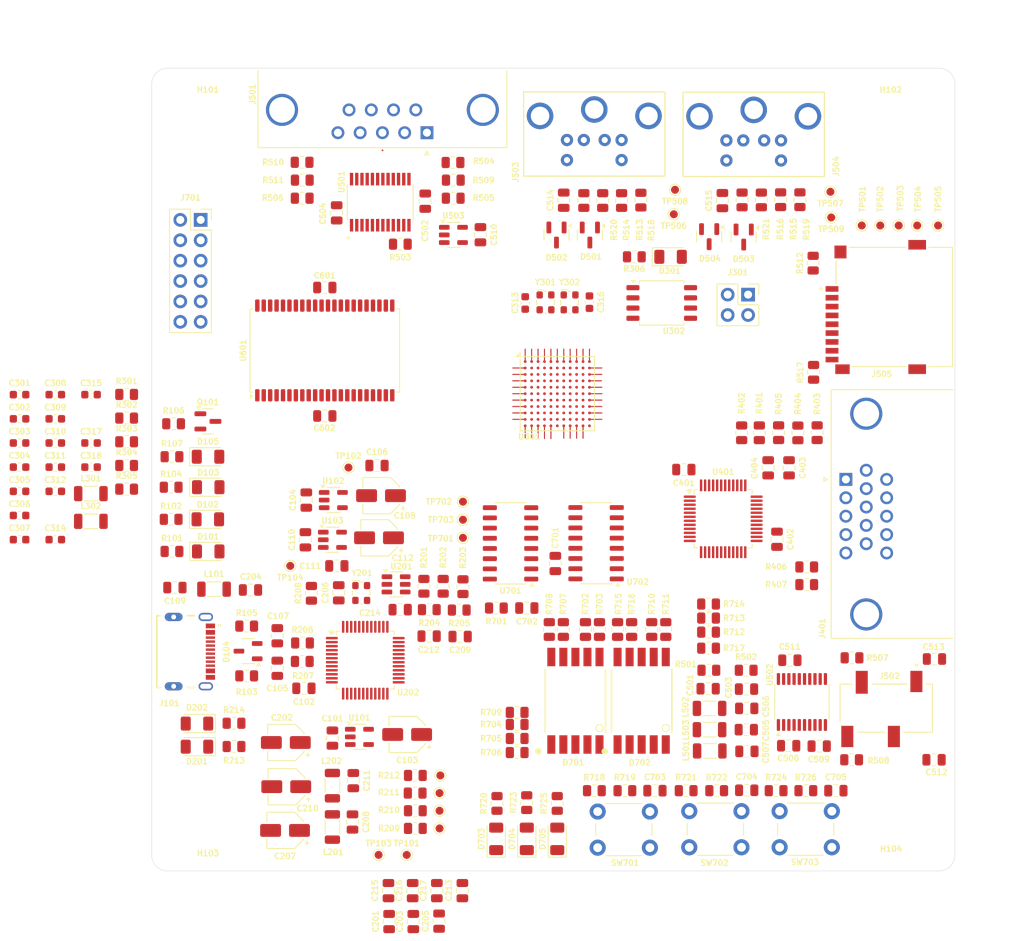
<source format=kicad_pcb>
(kicad_pcb (version 20241229) (generator "pcbnew") (generator_version "9.0")
  (layers (0 "F.Cu" signal) (4 "In1.Cu" signal) (6 "In2.Cu" signal) (2 "B.Cu" signal) (13 "F.Paste" user) (15 "B.Paste" user) (5 "F.SilkS" user "F.Silkscreen") (7 "B.SilkS" user "B.Silkscreen") (1 "F.Mask" user) (3 "B.Mask" user) (25 "Edge.Cuts" user))
  (net 0 "")
  (net 1 "+5V")
  (net 2 "GND")
  (net 3 "+3V3")
  (net 4 "/D+")
  (net 5 "+2V5")
  (net 6 "/D-")
  (net 7 "VBUS")
  (net 8 "+1V2")
  (net 9 "/USB Programming/VPLL")
  (net 10 "Net-(U202-~{RESET})")
  (net 11 "/USB Programming/VPHY")
  (net 12 "Net-(U202-VCCCORE)")
  (net 13 "Net-(U202-VCCA)")
  (net 14 "Net-(U301E-VPP_2V5)")
  (net 15 "Net-(U301E-VCCPLL0)")
  (net 16 "Net-(U401-COMP)")
  (net 17 "Net-(U401-VREF)")
  (net 18 "Net-(U502-CPVDD)")
  (net 19 "Net-(U502-DVDD)")
  (net 20 "Net-(U502-AVDD)")
  (net 21 "Net-(U502-CAPP)")
  (net 22 "Net-(U502-CAPM)")
  (net 23 "Net-(U502-VNEG)")
  (net 24 "Net-(U502-LDOO)")
  (net 25 "Net-(C512-Pad1)")
  (net 26 "Net-(C513-Pad1)")
  (net 27 "/FPGA/BUTTON1")
  (net 28 "/FPGA/BUTTON2")
  (net 29 "/FPGA/BUTTON3")
  (net 30 "Net-(D101-K)")
  (net 31 "Net-(D102-K)")
  (net 32 "Net-(D103-K)")
  (net 33 "Net-(D105-K)")
  (net 34 "Net-(D201-K)")
  (net 35 "Net-(D202-K)")
  (net 36 "/FPGA/CDONE")
  (net 37 "/FPGA/KBD_CLK")
  (net 38 "/FPGA/KBD_DATA")
  (net 39 "/FPGA/MOUSE_CLK")
  (net 40 "/FPGA/MOUSE_DATA")
  (net 41 "Net-(D701-DP)")
  (net 42 "Net-(D701-G)")
  (net 43 "Net-(D701-C)")
  (net 44 "Net-(D701-E)")
  (net 45 "Net-(D701-B)")
  (net 46 "Net-(D701-A)")
  (net 47 "Net-(D701-D)")
  (net 48 "Net-(D701-F)")
  (net 49 "Net-(D702-G)")
  (net 50 "Net-(D702-DP)")
  (net 51 "Net-(D702-F)")
  (net 52 "Net-(D702-C)")
  (net 53 "Net-(D702-D)")
  (net 54 "Net-(D702-A)")
  (net 55 "Net-(D702-B)")
  (net 56 "Net-(D702-E)")
  (net 57 "/FPGA/LED1")
  (net 58 "Net-(D703-A)")
  (net 59 "Net-(D704-A)")
  (net 60 "/FPGA/LED2")
  (net 61 "Net-(D705-A)")
  (net 62 "/FPGA/LED3")
  (net 64 "Net-(J101-CC2)")
  (net 65 "Net-(J101-CC1)")
  (net 67 "/FPGA/FTDI_MOSI")
  (net 68 "/FPGA/FPGA_SO")
  (net 69 "/FPGA/FTDI_MISO")
  (net 70 "/FPGA/FPGA_SI")
  (net 74 "Net-(U401-IOB)")
  (net 75 "Net-(U401-IOG)")
  (net 76 "Net-(J401-Pad14)")
  (net 79 "Net-(J401-Pad13)")
  (net 80 "Net-(U401-IOR)")
  (net 82 "Net-(J503-Pad2)")
  (net 84 "Net-(J503-Pad6)")
  (net 86 "Net-(J504-Pad6)")
  (net 89 "Net-(J504-Pad2)")
  (net 90 "/FPGA/SD_MISO")
  (net 92 "/FPGA/SD_SELECT")
  (net 93 "/FPGA/SD_CLOCK")
  (net 95 "/FPGA/SD_MOSI")
  (net 96 "/FPGA/SD_DETECT")
  (net 97 "/FPGA/PMOD7")
  (net 98 "/FPGA/PMOD1")
  (net 99 "/FPGA/PMOD6")
  (net 100 "/FPGA/PMOD4")
  (net 101 "/FPGA/PMOD0")
  (net 102 "/FPGA/PMOD3")
  (net 103 "/FPGA/PMOD2")
  (net 104 "/FPGA/PMOD5")
  (net 105 "Net-(Q101-C)")
  (net 106 "Net-(Q101-B)")
  (net 107 "Net-(U201-CS)")
  (net 108 "Net-(U201-CLK)")
  (net 109 "Net-(U201-DO)")
  (net 110 "Net-(U201-DI)")
  (net 111 "Net-(U202-DM)")
  (net 112 "Net-(U202-DP)")
  (net 113 "Net-(U202-REF)")
  (net 114 "/FPGA/FTDI_SPICLK")
  (net 115 "Net-(U202-ADBUS0)")
  (net 116 "Net-(U202-ADBUS1)")
  (net 117 "Net-(U202-ADBUS2)")
  (net 118 "Net-(U202-ADBUS4)")
  (net 119 "/FPGA/~{FTDI_SPISS}")
  (net 120 "/USB Programming/~{RX_LED}")
  (net 121 "/USB Programming/~{TX_LED}")
  (net 122 "Net-(U302-~{HOLD}{slash}~{RESET}{slash}IO_{3})")
  (net 123 "Net-(U302-~{WP}{slash}IO_{2})")
  (net 124 "/FPGA/~{CRESET}")
  (net 125 "Net-(U401-RSET)")
  (net 126 "Net-(U401-~{PSAVE})")
  (net 127 "/FPGA/VGA_HSYNC")
  (net 128 "/FPGA/VGA_VSYNC")
  (net 129 "Net-(U502-XSMT)")
  (net 130 "Net-(U501-B7)")
  (net 131 "Net-(U501-B6)")
  (net 132 "Net-(U501-B5)")
  (net 133 "Net-(U501-B4)")
  (net 134 "Net-(U502-OUTL)")
  (net 135 "Net-(U502-OUTR)")
  (net 136 "Net-(U501-B3)")
  (net 137 "Net-(U501-B2)")
  (net 138 "Net-(U501-B1)")
  (net 139 "Net-(U701-~{SRCLR})")
  (net 140 "Net-(U701-QA)")
  (net 141 "Net-(U701-QB)")
  (net 142 "Net-(U701-QC)")
  (net 143 "Net-(U701-QD)")
  (net 144 "Net-(U701-QE)")
  (net 145 "Net-(U701-QF)")
  (net 146 "Net-(U701-QG)")
  (net 147 "Net-(U701-QH)")
  (net 148 "Net-(U702-QA)")
  (net 149 "Net-(U702-QB)")
  (net 150 "Net-(U702-QC)")
  (net 151 "Net-(U702-QD)")
  (net 152 "Net-(U702-QE)")
  (net 153 "Net-(U702-QF)")
  (net 154 "Net-(U702-QG)")
  (net 155 "Net-(U702-QH)")
  (net 156 "Net-(R718-Pad1)")
  (net 157 "Net-(R721-Pad1)")
  (net 158 "Net-(R724-Pad1)")
  (net 159 "/FPGA/SEG_DATA")
  (net 160 "/FPGA/SEG_CLK")
  (net 161 "/FPGA/SEG_LOAD")
  (net 166 "Net-(U202-XCSI)")
  (net 178 "/FPGA/VGA_G1")
  (net 179 "/FPGA/MEM_A5")
  (net 180 "/FPGA/SND_LRCK")
  (net 181 "/FPGA/MEM_A4")
  (net 182 "/FPGA/VGA_B3")
  (net 183 "/FPGA/MEM_A15")
  (net 184 "/FPGA/MEM_D7")
  (net 186 "/FPGA/MEM_A0")
  (net 187 "/FPGA/VGA_R0")
  (net 188 "/FPGA/MEM_A17")
  (net 189 "/FPGA/MEM_A6")
  (net 190 "/FPGA/JOY_D3")
  (net 191 "/FPGA/VGA_R3")
  (net 192 "/FPGA/VGA_B4")
  (net 193 "/FPGA/VGA_G3")
  (net 194 "/FPGA/VGA_G5")
  (net 195 "/FPGA/VGA_G0")
  (net 196 "/FPGA/VGA_R1")
  (net 198 "unconnected-(U301D-IOL_23B-PadK1)")
  (net 199 "/FPGA/VGA_G2")
  (net 200 "/FPGA/JOY_SEL")
  (net 201 "/FPGA/MEM_D5")
  (net 202 "/FPGA/~{SRAM_WE}")
  (net 203 "/FPGA/MEM_D2")
  (net 204 "/FPGA/VGA_CLOCK")
  (net 205 "/FPGA/MEM_A12")
  (net 206 "/FPGA/JOY_D5")
  (net 207 "/FPGA/~{VGA_BLANK}")
  (net 208 "/FPGA/MEM_D4")
  (net 209 "/FPGA/MEM_A7")
  (net 210 "/FPGA/VGA_B2")
  (net 211 "/FPGA/MEM_A14")
  (net 212 "/FPGA/MEM_A3")
  (net 213 "/FPGA/SND_BCK")
  (net 214 "/FPGA/MEM_A2")
  (net 215 "/FPGA/MEM_D0")
  (net 216 "/FPGA/SND_DIN")
  (net 217 "/FPGA/VGA_B1")
  (net 218 "/FPGA/MEM_D6")
  (net 219 "/FPGA/JOY_D4")
  (net 220 "/FPGA/CLOCK_2")
  (net 221 "/FPGA/MEM_A13")
  (net 222 "/FPGA/MEM_A16")
  (net 223 "/FPGA/VGA_B0")
  (net 224 "/FPGA/MEM_A18")
  (net 225 "/FPGA/MEM_A10")
  (net 226 "/FPGA/MEM_A11")
  (net 227 "/FPGA/VGA_G4")
  (net 228 "/FPGA/MEM_A1")
  (net 229 "/FPGA/VGA_R2")
  (net 230 "/FPGA/MEM_D1")
  (net 231 "/FPGA/MEM_A9")
  (net 232 "/FPGA/MEM_D3")
  (net 233 "/FPGA/JOY_D2")
  (net 234 "/FPGA/JOY_D0")
  (net 235 "/FPGA/MEM_A8")
  (net 236 "/FPGA/CLOCK_1")
  (net 237 "/FPGA/~{SRAM_CE}")
  (net 238 "/FPGA/JOY_D1")
  (net 239 "/FPGA/VGA_R4")
  (net 246 "/Peripherals/JOY_SEL5V")
  (net 257 "Net-(U701-QH')")
  (net 259 "unconnected-(U301D-IOL_8A-PadE1)")
  (net 260 "unconnected-(U301A-IOT_178-PadA9)")
  (net 263 "unconnected-(U301C-IOB_71-PadL3)")
  (net 268 "unconnected-(U301A-IOT_168-PadA11)")
  (net 269 "unconnected-(U301D-IOL_2A-PadB1)")
  (net 272 "unconnected-(U301B-IOR_152-PadD11)")
  (net 273 "unconnected-(U301C-IOB_94-PadL7)")
  (net 275 "unconnected-(U301C-IOB_56-PadL1)")
  (net 280 "unconnected-(U301D-IOL_5B-PadC1)")
  (net 283 "unconnected-(U301D-IOL_8B-PadD1)")
  (net 285 "unconnected-(U301B-IOR_119-PadH11)")
  (net 287 "unconnected-(U301C-IOB_81_GBIN5-PadL5)")
  (net 289 "unconnected-(U301C-IOB_61-PadL2)")
  (net 294 "unconnected-(U301B-IOR_160-PadC11)")
  (net 295 "unconnected-(U301D-IOL_14A_GBIN6-PadG1)")
  (net 298 "unconnected-(U301C-IOB_72-PadL4)")
  (net 301 "unconnected-(U301A-IOT_207-PadA5)")
  (net 303 "unconnected-(U301C-IOB_103_CBSEL0-PadL8)")
  (net 304 "unconnected-(U301D-IOL_23A-PadJ1)")
  (net 307 "unconnected-(U301B-IOR_161-PadB11)")
  (net 310 "unconnected-(U301B-IOR_114-PadJ11)")
  (net 311 "unconnected-(U301B-IOR_140_GBIN3-PadF11)")
  (net 312 "unconnected-(U301D-IOL_12A-PadF1)")
  (net 317 "unconnected-(U301A-IOT_222-PadA2)")
  (net 319 "unconnected-(U301A-IOT_206-PadA6)")
  (net 320 "unconnected-(U301A-IOT_211-PadA4)")
  (net 323 "unconnected-(U301A-IOT_192-PadA7)")
  (net 326 "unconnected-(U301A-IOT_170-PadA10)")
  (net 328 "unconnected-(U301A-IOT_223-PadA3)")
  (net 329 "unconnected-(U301B-IOR_115-PadK11)")
  (net 334 "unconnected-(U301B-IOR_148-PadE11)")
  (net 336 "unconnected-(U301D-IOL_18A-PadH1)")
  (net 337 "unconnected-(U301A-IOT_190-PadA8)")
  (net 339 "unconnected-(U301B-IOR_129-PadG11)")
  (net 342 "unconnected-(U301A-IOT_225-PadA1)")
  (footprint "Capacitor_SMD:C_0805_2012Metric" (layer "F.Cu") (at 130.9375 117.45)
    (property "Reference" "C214")
    (property "Value" "100nF")
  )
  (footprint "Resistor_SMD:R_0805_2012Metric" (layer "F.Cu") (at 175.9 66.4125 90)
    (property "Reference" "R516")
    (property "Value" "120R")
  )
  (footprint "Resistor_SMD:R_0805_2012Metric" (layer "F.Cu") (at 102.525 110.2)
    (property "Reference" "R101")
    (property "Value" "680R")
  )
  (footprint "TestPoint:TestPoint_Pad_D1.0mm" (layer "F.Cu") (at 188.4 69.6)
    (property "Reference" "TP501")
    (property "Value" "SDS")
  )
  (footprint "Resistor_SMD:R_0805_2012Metric" (layer "F.Cu") (at 182.4 87.8875 90)
    (property "Reference" "R517")
    (property "Value" "2K2")
  )
  (footprint "Capacitor_SMD:C_0805_2012Metric" (layer "F.Cu") (at 123.03 68.025 -90)
    (property "Reference" "C504")
    (property "Value" "100nF")
  )
  (footprint "Resistor_SMD:R_0805_2012Metric" (layer "F.Cu") (at 169.325 118.5 180)
    (property "Reference" "R713")
    (property "Value" "330R")
  )
  (footprint "Capacitor_SMD:C_0805_2012Metric" (layer "F.Cu") (at 150.25 111.7 90)
    (property "Reference" "C701")
    (property "Value" "100nF")
  )
  (footprint "Resistor_SMD:R_0805_2012Metric" (layer "F.Cu") (at 134.5625 117.45 180)
    (property "Reference" "R204")
    (property "Value" "2K2")
  )
  (footprint "Resistor_SMD:R_0805_2012Metric" (layer "F.Cu") (at 102.425 102.2)
    (property "Reference" "R104")
    (property "Value" "330R")
  )
  (footprint "Capacitor_SMD:C_0805_2012Metric" (layer "F.Cu") (at 132.57 156.3 90)
    (property "Reference" "C203")
    (property "Value" "100nF")
  )
  (footprint "Capacitor_SMD:C_0603_1608Metric" (layer "F.Cu") (at 88 90.67)
    (property "Reference" "C308")
    (property "Value" "100nF")
  )
  (footprint "TestPoint:TestPoint_Pad_D1.0mm" (layer "F.Cu") (at 195.3 69.6 90)
    (property "Reference" "TP504")
    (property "Value" "DSO")
  )
  (footprint "Resistor_SMD:R_0805_2012Metric" (layer "F.Cu") (at 154 119.925 -90)
    (property "Reference" "R702")
    (property "Value" "330R")
  )
  (footprint "TestPoint:TestPoint_Pad_D1.0mm" (layer "F.Cu") (at 184.5 65.4 180)
    (property "Reference" "TP507")
    (property "Value" "MCLK")
  )
  (footprint "Resistor_SMD:R_0805_2012Metric" (layer "F.Cu") (at 146.69 141.4875 90)
    (property "Reference" "R723")
    (property "Value" "330R")
  )
  (footprint "Resistor_SMD:R_0805_2012Metric" (layer "F.Cu") (at 132.825 142.5)
    (property "Reference" "R210")
    (property "Value" "100R")
  )
  (footprint "Resistor_SMD:R_0805_2012Metric" (layer "F.Cu") (at 169.325 116.75 180)
    (property "Reference" "R714")
    (property "Value" "330R")
  )
  (footprint "Capacitor_SMD:C_0603_1608Metric" (layer "F.Cu") (at 83.55 108.73)
    (property "Reference" "C307")
    (property "Value" "100nF")
  )
  (footprint "Capacitor_SMD:C_0805_2012Metric" (layer "F.Cu") (at 166.25 100 180)
    (property "Reference" "C401")
    (property "Value" "100nF")
  )
  (footprint "Capacitor_SMD:C_0805_2012Metric" (layer "F.Cu") (at 197.4 136.15)
    (property "Reference" "C512")
    (property "Value" "2.2nF")
  )
  (footprint "Connector_PinSocket_2.54mm:PinSocket_2x06_P2.54mm_Vertical" (layer "F.Cu") (at 106.1 68.9)
    (property "Reference" "J701")
    (property "Value" "PMOD")
  )
  (footprint "TestPoint:TestPoint_Pad_D1.0mm" (layer "F.Cu") (at 135.8375 140.3 180)
    (property "Reference" "TP203" (hide yes))
    (property "Value" "MISO")
  )
  (footprint "TestPoint:TestPoint_Pad_D1.0mm" (layer "F.Cu") (at 165 68.2 180)
    (property "Reference" "TP506")
    (property "Value" "KCLK")
  )
  (footprint "Resistor_SMD:R_0805_2012Metric" (layer "F.Cu") (at 136.2875 114.5375 -90)
    (property "Reference" "R202")
    (property "Value" "10K")
  )
  (footprint "LED_SMD:LED_1206_3216Metric" (layer "F.Cu") (at 107.0125 98.4)
    (property "Reference" "D105")
    (property "Value" "GREEN")
  )
  (footprint "Capacitor_SMD:C_0805_2012Metric" (layer "F.Cu") (at 134.5375 120.75)
    (property "Reference" "C212")
    (property "Value" "100nF")
  )
  (footprint "Capacitor_SMD:C_0603_1608Metric" (layer "F.Cu") (at 83.55 102.71)
    (property "Reference" "C305")
    (property "Value" "100nF")
  )
  (footprint "MountingHole:MountingHole_4.3mm_M4" (layer "F.Cu") (at 107 58)
    (property "Reference" "H101")
    (property "Value" "MountingHole")
  )
  (footprint "Capacitor_SMD:C_0805_2012Metric" (layer "F.Cu") (at 121.55 93.325)
    (property "Reference" "C602")
    (property "Value" "100nF")
  )
  (footprint "Package_TO_SOT_SMD:SOT-23-5" (layer "F.Cu") (at 122.5 108.75)
    (property "Reference" "U103")
    (property "Value" "AP2127K-1.2")
  )
  (footprint "Capacitor_SMD:C_0805_2012Metric" (layer "F.Cu") (at 122.5 133.45 90)
    (property "Reference" "C101")
    (property "Value" "1uF")
  )
  (footprint "Oscillator:Oscillator_SMD_ECS_2520MV-xxx-xx-4Pin_2.5x2.0mm" (layer "F.Cu") (at 126.0875 115.375)
    (property "Reference" "Y201")
    (property "Value" "12Mhz")
  )
  (footprint "Resistor_SMD:R_0805_2012Metric" (layer "F.Cu") (at 173.5 66.4125 90)
    (property "Reference" "R521")
    (property "Value" "2K2")
  )
  (footprint "Package_TO_SOT_SMD:SOT-23-5" (layer "F.Cu") (at 125.8625 133.3)
    (property "Reference" "U101")
    (property "Value" "AP2127K-3.3")
  )
  (footprint "Resistor_SMD:R_0805_2012Metric" (layer "F.Cu") (at 96.88 90.64)
    (property "Reference" "R301")
    (property "Value" "10K")
  )
  (footprint "Resistor_SMD:R_0805_2012Metric" (layer "F.Cu") (at 169.3625 125)
    (property "Reference" "R501")
    (property "Value" "7K5")
  )
  (footprint "Capacitor_SMD:C_0805_2012Metric" (layer "F.Cu") (at 138.4 120.8 180)
    (property "Reference" "C209")
    (property "Value" "10nF")
  )
  (footprint "Resistor_SMD:R_0805_2012Metric" (layer "F.Cu") (at 119.8875 115.4125 90)
    (property "Reference" "R208")
    (property "Value" "12K")
  )
  (footprint "DevBoard:WL-S7DS_0.3INCH" (layer "F.Cu") (at 161 128.8)
    (property "Reference" "D702")
    (property "Value" "WL-S7DS_CA")
  )
  (footprint "TestPoint:TestPoint_Pad_D1.0mm" (layer "F.Cu") (at 131.75 148)
    (property "Reference" "TP101")
    (property "Value" "3V3")
  )
  (footprint "Package_SO:SOIC-8_5.3x5.3mm_P1.27mm" (layer "F.Cu") (at 163.5 79.25)
    (property "Reference" "U302")
    (property "Value" "W25Q32JVSS")
  )
  (footprint "Capacitor_SMD:C_0805_2012Metric" (layer "F.Cu") (at 146.7 117.25 180)
    (property "Reference" "C702")
    (property "Value" "100nF")
  )
  (footprint "LED_SMD:LED_1206_3216Metric" (layer "F.Cu") (at 150.49 146 90)
    (property "Reference" "D705")
    (property "Value" "RED")
  )
  (footprint "TestPoint:TestPoint_Pad_D1.0mm" (layer "F.Cu") (at 165.15 65.15 180)
    (property "Reference" "TP508")
    (property "Value" "KDAT")
  )
  (footprint "MountingHole:MountingHole_4.3mm_M4" (layer "F.Cu") (at 107 142)
    (property "Reference" "H103")
    (property "Value" "MountingHole")
  )
  (footprint "Inductor_SMD:L_1206_3216Metric" (layer "F.Cu") (at 92.425 106.45)
    (property "Reference" "L302")
    (property "Value" "BLM21PG221SN1D")
  )
  (footprint "LED_SMD:LED_1206_3216Metric" (layer "F.Cu") (at 105.6375 134.52 180)
    (property "Reference" "D201")
    (property "Value" "AMBER")
  )
  (footprint "Resistor_SMD:R_0805_2012Metric" (layer "F.Cu") (at 164 119.925 -90)
    (property "Reference" "R711")
    (property "Value" "330R")
  )
  (footprint "Resistor_SMD:R_0805_2012Metric" (layer "F.Cu") (at 118.75 63.95)
    (property "Reference" "R511")
    (property "Value" "2K2")
  )
  (footprint "Inductor_SMD:L_1206_3216Metric" (layer "F.Cu") (at 169.475 135.05)
    (property "Reference" "L501")
    (property "Value" "BLM21PG221SN1D")
  )
  (footprint "Capacitor_SMD:C_0805_2012Metric" (layer "F.Cu") (at 174.075 139.95)
    (property "Reference" "C704")
    (property "Value" "100nF")
  )
  (footprint "Package_TO_SOT_SMD:SOT-23" (layer "F.Cu") (at 173.7 71.0375 -90)
    (property "Reference" "D503")
    (property "Value" "BAT54S")
  )
  (footprint "Capacitor_SMD:C_0603_1608Metric" (layer "F.Cu") (at 88 96.69)
    (property "Reference" "C310")
    (property "Value" "100nF")
  )
  (footprint "Inductor_SMD:L_1206_3216Metric" (layer "F.Cu") (at 122.5 144.525 90)
    (property "Reference" "L201")
    (property "Value" "BLM21PG221SN1D")
  )
  (footprint "TestPoint:TestPoint_Pad_D1.0mm" (layer "F.Cu") (at 135.8375 142.5 180)
    (property "Reference" "TP202" (hide yes))
    (property "Value" "MOSI")
  )
  (footprint "TestPoint:TestPoint_Pad_D1.0mm" (layer "F.Cu") (at 138.75 104)
    (property "Reference" "TP702")
    (property "Value" "SEGC")
  )
  (footprint "TestPoint:TestPoint_Pad_D1.0mm" (layer "F.Cu") (at 135.9375 138.1 180)
    (property "Reference" "TP204" (hide yes))
    (property "Value" "SS")
  )
  (footprint "Capacitor_SMD:C_0805_2012Metric" (layer "F.Cu") (at 197.45 123.6 180)
    (property "Reference" "C513")
    (property "Value" "2.2nF")
  )
  (footprint "Resistor_SMD:R_0805_2012Metric" (layer "F.Cu") (at 158.5 66.4875 90)
    (property "Reference" "R513")
    (property "Value" "120R")
  )
  (footprint "Capacitor_SMD:C_0805_2012Metric" (layer "F.Cu") (at 115.6375 124.75 -90)
    (property "Reference" "C105")
    (property "Value" "33pF")
  )
  (footprint "Resistor_SMD:R_0805_2012Metric" (layer "F.Cu") (at 177.7375 140)
    (property "Reference" "R724")
    (property "Value" "1K")
  )
  (footprint "Capacitor_SMD:C_0805_2012Metric" (layer "F.Cu") (at 179.45 123.75)
    (property "Reference" "C511")
    (property "Value" "100nF")
  )
  (footprint "Capacitor_SMD:C_0805_2012Metric" (layer "F.Cu") (at 125.1 138.75 -90)
    (property "Reference" "C211")
    (property "Value" "100nF")
  )
  (footprint "Capacitor_SMD:C_0805_2012Metric" (layer "F.Cu") (at 102.8875 114.7 180)
    (property "Reference" "C109")
    (property "Value" "10nF")
  )
  (footprint "TestPoint:TestPoint_Pad_D1.0mm" (layer "F.Cu") (at 117.25 112 180)
    (property "Reference" "TP104")
    (property "Value" "1V2")
  )
  (footprint "Resistor_SMD:R_0805_2012Metric" (layer "F.Cu") (at 166.5375 140)
    (property "Reference" "R721")
    (property "Value" "1K")
  )
  (footprint "Resistor_SMD:R_0805_2012Metric" (layer "F.Cu") (at 132.825 144.7)
    (property "Reference" "R209")
    (property "Value" "100R")
  )
  (footprint "TestPoint:TestPoint_Pad_D1.0mm" (layer "F.Cu") (at 138.75 106.25)
    (property "Reference" "TP703")
    (property "Value" "SEGL")
  )
  (footprint "Resistor_SMD:R_0805_2012Metric" (layer "F.Cu") (at 111.825 119.5)
    (property "Reference" "R105")
    (property "Value" "5K1")
  )
  (footprint "Resistor_SMD:R_0805_2012Metric" (layer "F.Cu") (at 142.99 141.5875 90)
    (property "Reference" "R720")
    (property "Value" "330R")
  )
  (footprint "DevBoard:WL-S7DS_0.3INCH" (layer "F.Cu") (at 152.75 128.8)
    (property "Reference" "D701")
    (property "Value" "WL-S7DS_CA")
  )
  (footprint "Resistor_SMD:R_0805_2012Metric" (layer "F.Cu") (at 178.3 66.3875 90)
    (property "Reference" "R515")
    (property "Value" "120R")
  )
  (footprint "Resistor_SMD:R_0805_2012Metric" (layer "F.Cu") (at 133.8875 114.5375 -90)
    (property "Reference" "R201")
    (property "Value" "10K")
  )
  (footprint "LED_SMD:LED_1206_3216Metric" (layer "F.Cu") (at 107.0375 110.2)
    (property "Reference" "D101")
    (property "Value" "GREEN")
  )
  (footprint "TestPoint:TestPoint_Pad_D1.0mm" (layer "F.Cu") (at 124.5 99.75)
    (property "Reference" "TP102")
    (property "Value" "2V2")
  )
  (footprint "Inductor_SMD:L_1206_3216Metric" (layer "F.Cu") (at 107.7625 114.9)
    (property "Reference" "L101")
    (property "Value" "BLM21PG221SN1D")
  )
  (footprint "Resistor_SMD:R_0805_2012Metric" (layer "F.Cu") (at 145.5 133.5)
    (property "Reference" "R705")
    (property "Value" "330R")
  )
  (footprint "Resistor_SMD:R_0805_2012Metric" (layer "F.Cu") (at 181.4375 140)
    (property "Reference" "R726")
    (property "Value" "10K")
  )
  (footprint "Resistor_SMD:R_0805_2012Metric" (layer "F.Cu") (at 170.3375 140)
    (property "Reference" "R722")
    (property "Value" "10K")
  )
  (footprint "Resistor_SMD:R_0805_2012Metric" (layer "F.Cu") (at 158 119.925 -90)
    (property "Reference" "R716")
    (property "Value" "330R")
  )
  (footprint "Resistor_SMD:R_0805_2012Metric" (layer "F.Cu") (at 180.4475 95.4325 90)
    (property "Reference" "R404")
    (property "Value" "75R")
  )
  (footprint "Resistor_SMD:R_0805_2012Metric" (layer "F.Cu") (at 118.7375 66.2)
    (property "Reference" "R506")
    (property "Value" "2K2")
  )
  (footprint "Capacitor_SMD:CP_Elec_4x5.3" (layer "F.Cu") (at 116.7 134 180)
    (property "Reference" "C202")
    (property "Value" "4.7uF")
  )
  (footprint "Resistor_SMD:R_0805_2012Metric" (layer "F.Cu") (at 110.25 134.5)
    (property "Reference" "R213")
    (property "Value" "330R")
  )
  (footprint "MountingHole:MountingHole_4.3mm_M4" (layer "F.Cu") (at 192 142)
    (property "Reference" "H104")
    (property "Value" "MountingHole")
  )
  (footprint "Resistor_SMD:R_0805_2012Metric" (layer "F.Cu") (at 96.88 102.44)
    (property "Reference" "R305")
    (property "Value" "10K")
  )
  (footprint "DevBoard:MINI-DIN-6-FULL-SHIELD" (layer "F.Cu") (at 155.1 50.45)
    (property "Reference" "J503")
    (property "Value" "Keyboard" (hide yes))
  )
  (footprint "Capacitor_SMD:C_0603_1608Metric" (layer "F.Cu") (at 83.55 96.69)
    (property "Reference" "C303")
    (property "Value" "100nF")
  )
  (footprint "Capacitor_SMD:C_0805_2012Metric" (layer "F.Cu") (at 140.925 70.75 -90)
    (property "Reference" "C510")
    (property "Value" "100nF")
  )
  (footprint "Package_SO:TSSOP-20_4.4x6.5mm_P0.65mm" (layer "F.Cu") (at 180.95 128.95 90)
    (property "Reference" "U502")
    (property "Value" "PCM5102A")
  )
  (footprint "Capacitor_SMD:C_0805_2012Metric" (layer "F.Cu") (at 174.075 129.75)
    (property "Reference" "C506")
    (property "Value" "100nF")
  )
  (footprint "Package_SO:SO-16_3.9x9.9mm_P1.27mm" (layer "F.Cu") (at 144.675 109.195 180)
    (property "Reference" "U701")
    (property "Value" "74AHC595")
  )
  (footprint "Resistor_SMD:R_0805_2012Metric" (layer "F.Cu") (at 118.75 123.9)
    (property "Reference" "R207")
    (property "Value" "22R")
  )
  (footprint "Capacitor_SMD:C_0805_2012Metric" (layer "F.Cu") (at 123.2875 115.35 -90)
    (property "Reference" "C206")
    (property "Value" "100nF")
  )
  (footprint "LED_SMD:LED_1206_3216Metric" (layer "F.Cu") (at 106.9875 106.2)
    (property "Reference" "D102")
    (property "Value" "GREEN")
  )
  (footprint "Capacitor_SMD:C_0805_2012Metric" (layer "F.Cu") (at 179.3475 99.7825 -90)
    (property "Reference" "C403")
    (property "Value" "100nF")
  )
  (footprint "Resistor_SMD:R_0805_2012Metric" (layer "F.Cu") (at 138.75 114.5875 -90)
    (property "Reference" "R203")
    (property "Value" "10K")
  )
  (footprint "Resistor_SMD:R_0805_2012Metric" (layer "F.Cu") (at 173.4475 95.42 90)
    (property "Reference" "R402")
    (property "Value" "10K")
  )
  (footprint "MountingHole:MountingHole_4.3mm_M4" (layer "F.Cu") (at 192 58)
    (property "Reference" "H102")
    (property "Value" "MountingHole")
  )
  (footprint "Capacitor_SMD:C_0603_1608Metric" (layer "F.Cu") (at 92.45 99.7)
    (property "Reference" "C318")
    (property "Value" "100nF")
  )
  (footprint "Resistor_SMD:R_0805_2012Metric" (layer "F.Cu") (at 169.325 120.25 180)
    (property "Reference" "R712")
    (property "Value" "330R")
  )
  (footprint "LED_SMD:LED_1206_3216Metric" (layer "F.Cu") (at 146.7 146 90)
    (property "Reference" "D704")
    (property "Value" "BLUE")
  )
  (footprint "Capacitor_SMD:C_0805_2012Metric" (layer "F.Cu") (at 135.5 152.45 90)
    (property "Reference" "C217")
    (property "Value" "100nF")
  )
  (footprint "Capacitor_SMD:C_0805_2012Metric" (layer "F.Cu") (at 134.055 66.57 90)
    (property "Reference" "C502")
    (property "Value" "100nF")
  )
  (footprint "Oscillator:Oscillator_SMD_ECS_2520MV-xxx-xx-4Pin_2.5x2.0mm" (layer "F.Cu") (at 149.025 79.175)
    (property "Reference" "Y301")
    (property "Value" "50Mhz")
  )
  (footprint "Resistor_SMD:R_0805_2012Metric" (layer "F.Cu") (at 182.35 74.2875 90)
    (property "Reference" "R512")
    (property "Value" "2K2")
  )
  (footprint "Capacitor_SMD:C_0603_1608Metric" (layer "F.Cu") (at 83.55 105.72)
    (property "Reference" "C306")
    (property "Value" "100nF")
  )
  (footprint "Resistor_SMD:R_0805_2012Metric" (layer "F.Cu") (at 132.8 140.3)
    (property "Reference" "R211")
    (property "Value" "100R")
  )
  (footprint "Capacitor_SMD:C_0603_1608Metric" (layer "F.Cu") (at 88 102.71)
    (property "Reference" "C312")
    (property "Value" "100nF")
  )
  (footprint "Package_TO_SOT_SMD:SOT-23" (layer "F.Cu") (at 169.4 70.9875 -90)
    (property "Reference" "D504")
    (property "Value" "BAT54S")
  )
  (footprint "Package_BGA:BGA-121_9.0x9.0mm_Layout11x11_P0.8mm_Ball0.4mm_Pad0.35mm_NSMD" (layer "F.Cu") (at 150.5 90.55)
    (property "Reference" "U301")
    (property "Value" "ICE40HX8K-BG121")
  )
  (footprint "TestPoint:TestPoint_Pad_D1.0mm" (layer "F.Cu") (at 193 69.6 90)
    (property "Reference" "TP503")
    (property "Value" "SDCLK")
  )
  (footprint "Capacitor_SMD:C_0805_2012Metric" (layer "F.Cu") (at 129.56 156.3 90)
    (property "Reference" "C201")
    (property "Value" "100nF")
  )
  (footprint "Resistor_SMD:R_0805_2012Metric" (layer "F.Cu") (at 145.5 131.75)
    (property "Reference" "R704")
    (property "Value" "330R")
  )
  (footprint "Resistor_SMD:R_0805_2012Metric" (layer "F.Cu") (at 181.5475 114.3325)
    (property "Reference" "R407")
    (property "Value" "82R5")
  )
  (footprint "Capacitor_SMD:C_0805_2012Metric" (layer "F.Cu") (at 125 143.9 -90)
    (property "Reference" "C208")
    (property "Value" "100nF")
  )
  (footprint "Resistor_SMD:R_0805_2012Metric" (layer "F.Cu") (at 96.88 93.59)
    (property "Reference" "R302")
    (property "Value" "10K")
  )
  (footprint "Resistor_SMD:R_0805_2012Metric" (layer "F.Cu") (at 102.425 106.2)
    (property "Reference" "R102")
    (property "Value" "470R")
  )
  (footprint "DevBoard:CUI_MSD-1-A" (layer "F.Cu") (at 192.45 79.75 90)
    (property "Reference" "J505")
    (property "Value" "MSD-1-A")
  )
  (footprint "TestPoint:TestPoint_Pad_D1.0mm" (layer "F.Cu") (at 135.8375 144.7 180)
    (property "Reference" "TP201" (hide yes))
    (property "Value" "CLK")
  )
  (footprint "Capacitor_SMD:C_0805_2012Metric" (layer "F.Cu") (at 174.1 135.1)
    (property "Reference" "C507")
    (property "Value" "100nF")
  )
  (footprint "Resistor_SMD:R_0805_2012Metric" (layer "F.Cu") (at 187.1875 123.45)
    (property "Reference" "R507")
    (property "Value" "470R")
  )
  (footprint "Resistor_SMD:R_0805_2012Metric" (layer "F.Cu") (at 153.8 66.4875 90)
    (property "Reference" "R520")
    (property "Value" "2K2")
  )
  (footprint "Resistor_SMD:R_0805_2012Metric" (layer "F.Cu") (at 145.5 135.25)
    (property "Reference" "R706")
    (property "Value" "330R")
  )
  (footprint "Resistor_SMD:R_0805_2012Metric" (layer "F.Cu") (at 160.0875 73.5)
    (property "Reference" "R306")
    (property "Value" "10K")
  )
  (footprint "DevBoard:MINI-DIN-6-FULL-SHIELD" (layer "F.Cu") (at 174.95 50.5)
    (property "Reference" "J504")
    (property "Value" "Mouse" (hide yes))
  )
  (footprint "Resistor_SMD:R_0805_2012Metric" (layer "F.Cu") (at 162.25 119.925 -90)
    (property "Reference" "R710")
    (property "Value" "330R")
  )
  (footprint "Button_Switch_THT:SW_PUSH_6mm_H4.3mm" (layer "F.Cu") (at 155.525 142.6)
    (property "Reference" "SW701")
    (property "Value" "SW_Push")
  )
  (footprint "Package_QFP:LQFP-48_7x7mm_P0.5mm" (layer "F.Cu") (at 126.5875 123.75)
    (property "Reference" "U202")
    (property "Value" "FT232H")
  )
  (footprint "Resistor_SMD:R_0805_2012Metric" (layer "F.Cu") (at 149.5 119.925 -90)
    (property "Reference" "R708")
    (property "Value" "330R")
  )
  (footprint "Resistor_SMD:R_0805_2012Metric" (layer "F.Cu") (at 182.8475 95.4075 90)
    (property "Reference" "R403")
    (property "Value" "75R")
  )
  (footprint "Capacitor_SMD:C_0805_2012Metric" (layer "F.Cu") (at 132.49 152.45 90)
    (property "Reference" "C216")
    (property "Value" "100nF")
  )
  (footprint "Capacitor_SMD:C_0805_2012Metric" (layer "F.Cu") (at 128.05 99.5)
    (property "Reference" "C106")
    (property "Value" "1uF")
  )
  (footprint "LED_SMD:LED_1206_3216Metric" (layer "F.Cu") (at 142.89 146 90)
    (property "Reference" "D703")
    (property "Value" "GREEN")
  )
  (footprint "Resistor_SMD:R_0805_2012Metric" (layer "F.Cu") (at 180.7 66.3875 90)
    (property "Reference" "R519")
    (property "Value" "2K2")
  )
  (footprint "TestPoint:TestPoint_Pad_D1.0mm" (layer "F.Cu") (at 184.6 68.6 180)
    (property "Reference" "TP509")
    (property "Value" "MDAT")
  )
  (footprint "Resistor_SMD:R_0805_2012Metric" (layer "F.Cu") (at 155.1125 140)
    (property "Reference" "R718")
    (property "Value" "1K")
  )
  (footprint "Resistor_SMD:R_0805_2012Metric" (layer "F.Cu") (at 137.5125 61.75 180)
    (property "Reference" "R504")
    (property "Value" "2K2")
  )
  (footprint "Resistor_SMD:R_0805_2012Metric" (layer "F.Cu") (at 138.2875 117.5 180)
    (property "Reference" "R205")
    (property "Value" "10K")
  )
  (footprint "Capacitor_SMD:C_0603_1608Metric" (layer "F.Cu") (at 154.5 79.15 -90)
    (property "Reference" "C316")
    (property "Value" "100nF")
  )
  (footprint "Capacitor_SMD:C_0603_1608Metric" (layer "F.Cu") (at 83.55 90.67)
    (property "Reference" "C301")
    (property "Value" "100nF")
  )
  (footprint "Resistor_SMD:R_0805_2012Metric" (layer "F.Cu") (at 142.9125 117.25 180)
    (property "Reference" "R701")
    (property "Value" "10K")
  )
  (footprint "Button_Switch_THT:SW_PUSH_6mm_H4.3mm" (layer "F.Cu") (at 178.175 142.55)
    (property "Reference" "SW703")
    (property "Value" "SW_Push")
  )
  (footprint "Capacitor_SMD:CP_Elec_4x5.3" (layer "F.Cu") (at 128.3 108.5 180)
    (property "Reference" "C112")
    (property "Value" "10uF")
  )
  (footprint "Package_TO_SOT_SMD:SOT-23" (layer "F.Cu") (at 154.55 70.7875 -90)
    (property "Reference" "D501")
    (property "Value" "BAT54S")
  )
  (footprint "Resistor_SMD:R_0805_2012Metric" (layer "F.Cu") (at 137.5375 66.2)
    (property "Reference" "R505")
    (property "Value" "2K2")
  )
  (footprint "Capacitor_SMD:C_0805_2012Metric" (layer "F.Cu") (at 185.175 140)
    (property "Reference" "C705")
    (property "Value" "100nF")
  )
  (footprint "Inductor_SMD:L_1206_3216Metric" (layer "F.Cu") (at 169.45 132.4)
    (property "Reference" "L503")
    (property "Value" "BLM21PG221SN1D")
  )
  (footprint "Capacitor_SMD:CP_Elec_4x5.3" (layer "F.Cu") (at 116.6 144.95 180)
    (property "Reference" "C207")
    (property "Value" "4.7uF")
  )
  (footprint "Capacitor_SMD:C_0805_2012Metric" (layer "F.Cu") (at 129.48 152.45 90)
    (property "Reference" "C215")
    (property "Value" "100nF")
  )
  (footprint "Capacitor_SMD:C_0603_1608Metric" (layer "F.Cu") (at 92.45 90.67)
    (property "Reference" "C315")
    (property "Value" "100nF")
  )
  (footprint "Resistor_SMD:R_0805_2012Metric" (layer "F.Cu") (at 132.825 138.1)
    (property "Reference" "R212")
    (property "Value" "100R")
  )
  (footprint "Capacitor_SMD:CP_Elec_4x5.3" (layer "F.Cu") (at 128.55 103.25 180)
    (property "Reference" "C108")
    (property "Value" "10uF")
  )
  (footprint "Capacitor_SMD:C_0603_1608Metric" (layer "F.Cu") (at 88 108.73)
    (property "Reference" "C314")
    (property "Value" "100nF")
  )
  (footprint "TestPoint:TestPoint_Pad_D1.0mm" (layer "F.Cu") (at 197.9 69.6 90)
    (property "Reference" "TP505")
    (property "Value" "SDDET")
  )
  (footprint "Resistor_SMD:R_0805_2012Metric" (layer "F.Cu") (at 137.55 63.95)
    (property "Reference" "R509")
    (property "Value" "2K2")
  )
  (footprint "Resistor_SMD:R_0805_2012Metric" (layer "F.Cu") (at 102.525 98.4)
    (property "Reference" "R107")
    (property "Value" "470R")
  )
  (footprint "Resistor_SMD:R_0805_2012Metric" (layer "F.Cu") (at 160.9 66.4375 90)
    (property "Reference" "R518")
    (property "Value" "2K2")
  )
  (footprint "Resistor_SMD:R_0805_2012Metric" (layer "F.Cu") (at 175.6475 95.42 -90)
    (property "Reference" "R401")
    (property "Value" "530R")
  )
  (footprint "Resistor_SMD:R_0805_2012Metric" (layer "F.Cu") (at 150.49 141.5875 90)
    (property "Reference" "R725")
    (property "Value" "330R")
  )
  (footprint "Inductor_SMD:L_1206_3216Metric" (layer "F.Cu") (at 92.425 103)
    (property "Reference" "L301")
    (property "Value" "BLM21PG221SN1D")
  )
  (footprint "Inductor_SMD:L_1206_3216Metric" (layer "F.Cu") (at 169.45 129.75)
    (property "Reference" "L502")
    (property "Value" "BLM21PG221SN1D")
  )
  (footprint "Capacitor_SMD:C_0805_2012Metric" (layer "F.Cu") (at 115.6375 120.7 90)
    (property "Reference" "C107")
    (property "Value" "33pF")
  )
  (footprint "Connector_PinSocket_2.54mm:PinSocket_2x02_P2.54mm_Vertical" (layer "F.Cu") (at 174.25 78.21)
    (property "Reference" "J301")
    (property "Value" "program")
  )
  (footprint "Oscillator:Oscillator_SMD_ECS_2520MV-xxx-xx-4Pin_2.5x2.0mm" (layer "F.Cu") (at 152.025 79.175)
    (property "Reference" "Y302")
    (property "Value" "12Mhz")
  )
  (footprint "Capacitor_SMD:C_0805_2012Metric" (layer "F.Cu") (at 183.1 134.45)
    (property "Reference" "C509")
    (property "Value" "2.2nF")
  )
  (footprint "Package_TO_SOT_SMD:SOT-23-3" (layer "F.Cu") (at 112 122.62 180)
    (property "Reference" "D104")
    (property "Value" "ESDA25W")
  )
  (footprint "Package_SO:SO-16_3.9x9.9mm_P1.27mm" (layer "F.Cu") (at 155.325 109.175 180)
    (property "Reference" "U702")
    (property "Value" "74AHC595")
  )
  (footprint "Resistor_SMD:R_0805_2012Metric" (layer "F.Cu") (at 118.725 61.725)
    (property "Reference" "R510")
    (property "Value" "2K2")
  )
  (footprint "Resistor_SMD:R_0805_2012Metric" (layer "F.Cu") (at 181.5475 112.1325)
    (property "Reference" "R406")
    (property "Value" "82R5")
  )
  (footprint "Capacitor_SMD:CP_Elec_4x5.3" (layer "F.Cu") (at 131.8 133 180)
    (property "Reference" "C103")
    (property "Value" "10uF")
  )
  (footprint "Connector_Dsub:DSUB-9_Pins_Horizontal_P2.77x2.84mm_EdgePinOffset4.94mm_Housed_MountingHolesOffset4.94mm" (layer "F.Cu") (at 134.265 58.04 180)
    (property "Reference" "J501")
    (property "Value" "Joystick")
  )
  (footprint "Capacitor_SMD:C_0603_1608Metric" (layer "F.Cu") (at 92.45 96.69)
    (property "Reference" "C317")
    (property "Value" "100nF")
  )
  (footprint "DevBoard:SOP65P640X120-24N" (layer "F.Cu") (at 128.455 66.695 90)
    (property "Reference" "U501")
    (property "Value" "SN74LVC8T245PWR")
  )
  (footprint "Package_QFP:LQFP-48_7x7mm_P0.5mm" (layer "F.Cu") (at 171.1475 106.1325)
    (property "Reference" "U401")
    (property "Value" "ADV7123")
  )
  (footprint "Resistor_SMD:R_0805_2012Metric" (layer "F.Cu") (at 187.1375 136.15)
    (property "Reference" "R508")
    (property "Value" "470R")
  )
  (footprint "Capacitor_SMD:C_0603_1608Metric" (layer "F.Cu") (at 88 99.7)
    (property "Reference" "C311")
    (property "Value" "100nF")
  )
  (footprint "Capacitor_SMD:C_0805_2012Metric" (layer "F.Cu") (at 162.65 140)
    (property "Reference" "C703")
    (property "Value" "100nF")
  )
  (footprint "LED_SMD:LED_1206_3216Metric" (layer "F.Cu") (at 164.6 73.5)
    (property "Reference" "D301")
    (property "Value" "GREEN")
  )
  (footprint "Package_TO_SOT_SMD:SOT-23-6" (layer "F.Cu") (at 130.425 114.3)
    (property "Reference" "U201")
    (property "Value" "93LC56BT-I/OT")
  )
  (footprint "Package_SO:TSOP-II-44_10.16x18.41mm_P0.8mm" (layer "F.Cu") (at 121.55 85.1625 90)
    (property "Reference" "U601")
    (property "Value" "IS61WV5128EDBLL-10TLI")
  )
  (footprint "Resistor_SMD:R_0805_2012Metric" (layer "F.Cu") (at 159.75 119.925 90)
    (property "Reference" "R715")
    (property "Value" "330R")
  )
  (footprint "Capacitor_SMD:C_0603_1608Metric" (layer "F.Cu") (at 88 93.68)
    (property "Reference" "C309")
    (property "Value" "100nF")
  )
  (footprint "Capacitor_SMD:C_0805_2012Metric" (layer "F.Cu") (at 176.7475 99.7825 -90)
    (property "Reference" "C404")
    (property "Value" "100nF")
  )
  (footprint "Resistor_SMD:R_0805_2012Metric" (layer "F.Cu") (at 178.0475 95.4075 90)
    (property "Reference" "R405")
    (property "Value" "75R")
  )
  (footprint "Resistor_SMD:R_0805_2012Metric" (layer "F.Cu") (at 174.0125 125)
    (property "Reference" "R502")
    (property "Value" "2K7")
  )
  (footprint "Capacitor_SMD:C_0805_2012Metric" (layer "F.Cu") (at 174.05 127.35)
    (property "Reference" "C503")
    (property "Value" "100nF")
  )
  (footprint "Resistor_SMD:R_0805_2012Metric" (layer "F.Cu") (at 145.5 130.25)
    (property "Reference" "R709")
    (property "Value" "330R")
  )
  (footprint "TestPoint:TestPoint_Pad_D1.0mm" (layer "F.Cu") (at 128.25 148)
    (property "Reference" "TP103")
    (property "Value" "5V")
  )
  (footprint "Capacitor_SMD:C_0603_1608Metric" (layer "F.Cu") (at 83.55 93.68)
    (property "Reference" "C302")
    (property "Value" "100nF")
  )
  (footprint "Capacitor_SMD:C_0603_1608Metric" (layer "F.Cu") (at 83.55 99.7)
    (property "Reference" "C304")
    (property "Value" "100nF")
  )
  (footprint "TestPoint:TestPoint_Pad_D1.0mm" (layer "F.Cu") (at 190.7 69.6)
    (property "Reference" "TP502")
    (property "Value" "SDI")
  )
  (footprint "Capacitor_SMD:C_0805_2012Metric" (layer "F.Cu") (at 171.05 66.5 90)
    (property "Reference" "C515")
    (property "Value" "100nF")
  )
  (footprint "Resistor_SMD:R_0805_2012Metric" (layer "F.Cu") (at 96.88 99.49)
    (property "Reference" "R304")
    (property "Value" "10K")
  )
  (footprint "Capacitor_SMD:C_0805_2012Metric" (layer "F.Cu") (at 119.25 103.8 90)
    (property "Reference" "C104")
    (property "Value" "1uF")
  )
  (footprint "Capacitor_SMD:C_0805_2012Metric" (layer "F.Cu") (at 118.95 127.25 180)
    (property "Reference" "C102")
    (property "Value" "1uF")
  )
  (footprint "Package_TO_SOT_SMD:SOT-23-5" (layer "F.Cu") (at 122.6125 103.8)
    (property "Reference" "U102")
    (property "Value" "AP2127K-2.5")
  )
  (footprint "Capacitor_SMD:C_0805_2012Metric" (layer "F.Cu") (at 112.3 115)
    (property "Reference" "C204")
    (property "Value" "100nF")
  )
  (footprint "Capacitor_SMD:C_0805_2012Metric" (layer "F.Cu") (at 135.78 156.25 90)
    (property "Reference" "C205")
    (property "Value" "100nF")
  )
  (footprint "Resistor_SMD:R_0805_2012Metric" (layer "F.Cu") (at 130.955 71.925 180)
    (property "Reference" "R503")
    (property "Value" "2K2")
  )
  (footprint "Package_TO_SOT_SMD:SOT-23" (layer "F.Cu") (at 150.395 70.7875 -90)
    (property "Reference" "D502")
    (property "Value" "BAT54S")
  )
  (footprint "Capacitor_SMD:C_0805_2012Metric" (layer "F.Cu") (at 179.3 134.4)
    (property "Reference" "C508")
    (property "Value" "2.2nF")
  )
  (footprint "Resistor_SMD:R_0805_2012Metric" (layer "F.Cu") (at 156.15 66.4875 90)
    (property "Reference" "R514")
    (property "Value" "120R")
  )
  (footprint "Capacitor_SMD:C_0805_2012Metric" (layer "F.Cu") (at 169.275 127.3)
    (property "Reference" "C501")
    (property "Value" "100nF")
  )
  (footprint "Resistor_SMD:R_0805_2012Metric" (layer "F.Cu") (at 158.9125 140)
    (property "Reference" "R719")
    (property "Value" "10K")
  )
  (footprint "LED_SMD:LED_1206_3216Metric" (layer "F.Cu") (at 107.0375 102.2)
    (property "Reference" "D103")
    (property "Value" "GREEN")
  )
  (footprint "Capacitor_SMD:C_0805_2012Metric" (layer "F.Cu") (at 138.68 152.45 90)
    (property "Reference" "C213")
    (property "Value" "100nF")
  )
  (footprint "Capacitor_SMD:CP_Elec_4x5.3" (layer "F.Cu") (at 116.75 139.5 180)
    (property "Reference" "C210")
    (property "Value" "4.7uF")
  )
  (footprint "Resistor_SMD:R_0805_2012Metric" (layer "F.Cu") (at 102.725 94.3)
    (property "Reference" "R106")
    (property "Value" "390R")
  )
  (footprint "Resistor_SMD:R_0805_2012Metric" (layer "F.Cu") (at 118.775 121.6)
    (property "Reference" "R206")
    (property "Value" "22R")
  )
  (footprint "Package_TO_SOT_SMD:SOT-23-5" (layer "F.Cu") (at 137.5625 70.775)
    (property "Reference" "U503")
    (property "Value" "SN74LV1T34DBV")
  )
  (footprint "Resistor_SMD:R_0805_2012Metric" (layer "F.Cu") (at 155.75 119.925 -90)
    (property "Reference" "R703")
    (property "Value" "330R")
  )
  (footprint "Resistor_SMD:R_0805_2012Metric" (layer "F.Cu") (at 151.25 119.925 -90)
    (property "Reference" "R707")
    (property "Value" "330R")
  )
  (footprint "Capacitor_SMD:C_0603_1608Metric" (layer "F.Cu") (at 146.5 79.25 -90)
    (property "Reference" "C313")
    (property "Value" "100nF")
  )
  (footprint "DevBoard:GCT_USB4215-03-A_REVA" (layer "F.Cu") (at 102.7375 122.68 -90)
    (property "Reference" "J101")
    (property "Value" "USB4215-03-A_REVA")
    (fp_line (start -4.02 0.6) (end -4.02 -0.6) (stroke (width 0.01)) (layer "Edge.Cuts"))
    (fp_line (start 4.62 0.6) (end 4.62 -0.6) (stroke (width 0.01)) (layer "Edge.Cuts"))
    (fp_line (start -4.62 -0.6) (end -4.62 0.6) (stroke (width 0.01)) (layer "Edge.Cuts"))
    (fp_line (start 4.02 -0.6) (end 4.02 0.6) (stroke (width 0.01)) (layer "Edge.Cuts"))
    (fp_arc (start -4.32 0.9) (mid -4.532132 0.812132) (end -4.62 0.6) (stroke (width 0.01)) (layer "Edge.Cuts"))
    (fp_arc (start 4.32 0.9) (mid 4.107868 0.812132) (end 4.02 0.6) (stroke (width 0.01)) (layer "Edge.Cuts"))
    (fp_arc (start -4.02 0.6) (mid -4.107868 0.812132) (end -4.32 0.9) (stroke (width 0.01)) (layer "Edge.Cuts"))
    (fp_arc (start 4.62 0.6) (mid 4.532132 0.812132) (end 4.32 0.9) (stroke (width 0.01)) (layer "Edge.Cuts"))
    (fp_arc (start -4.62 -0.6) (mid -4.532132 -0.812132) (end -4.32 -0.9) (stroke (width 0.01)) (layer "Edge.Cuts"))
    (fp_arc (start 4.02 -0.6) (mid 4.107868 -0.812132) (end 4.32 -0.9) (stroke (width 0.01)) (layer "Edge.Cuts"))
    (fp_arc (start -4.32 -0.9) (mid -4.107868 -0.812132) (end -4.02 -0.6) (stroke (width 0.01)) (layer "Edge.Cuts"))
    (fp_arc (start 4.32 -0.9) (mid 4.532132 -0.812132) (end 4.62 -0.6) (stroke (width 0.01)) (layer "Edge.Cuts"))
  )
  (footprint "Resistor_SMD:R_0805_2012Metric" (layer "F.Cu") (at 111.825 125.7)
    (property "Reference" "R103")
    (property "Value" "5K1")
  )
  (footprint "Resistor_SMD:R_0805_2012Metric" (layer "F.Cu") (at 96.88 96.54)
    (property "Reference" "R303")
    (property "Value" "10K")
  )
  (footprint "LED_SMD:LED_1206_3216Metric" (layer "F.Cu") (at 105.6375 131.64 180)
    (property "Reference" "D202")
    (property "Value" "AMBER")
  )
  (footprint "Button_Switch_THT:SW_PUSH_6mm_H4.3mm" (layer "F.Cu") (at 166.925 142.55)
    (property "Reference" "SW702")
    (property "Value" "SW_Push")
  )
  (footprint "Resistor_SMD:R_0805_2012Metric" (layer "F.Cu") (at 169.325 122.25)
    (property "Reference" "R717")
    (property "Value" "330R")
  )
  (footprint "TestPoint:TestPoint_Pad_D1.0mm" (layer "F.Cu") (at 138.75 108.5)
    (property "Reference" "TP701")
    (property "Value" "SEGD")
  )
  (footprint "Resistor_SMD:R_0805_2012Metric" (layer "F.Cu") (at 110.25 131.6)
    (property "Reference" "R214")
    (property "Value" "330R")
  )
  (footprint "Capacitor_SMD:C_0805_2012Metric" (layer "F.Cu") (at 119.1375 108.75 90)
    (property "Reference" "C110")
    (property "Value" "1uF")
  )
  (footprint "Capacitor_SMD:C_0805_2012Metric" (layer "F.Cu") (at 177.8475 108.6825 -90)
    (property "Reference" "C402")
    (property "Value" "10nF")
  )
  (footprint "Capacitor_SMD:C_0805_2012Metric" (layer "F.Cu") (at 174.025 132.4)
    (property "Reference" "C505")
    (property "Value" "100nF")
  )
  (footprint "Inductor_SMD:L_1206_3216Metric" (layer "F.Cu") (at 122.5 139.375 90)
    (property "Reference" "L202")
    (property "Value" "BLM21PG221SN1D")
  )
  (footprint "Capacitor_SMD:C_0805_2012Metric" (layer "F.Cu") (at 121.55 77.325 180)
    (property "Reference" "C601")
    (property "Value" "100nF")
  )
  (footprint "Capacitor_SMD:C_0805_2012Metric" (layer "F.Cu") (at 151.3 66.45 90)
    (property "Reference" "C514")
    (property "Value" "100nF")
  )
  (footprint "Package_TO_SOT_SMD:SOT-23" (layer "F.Cu") (at 107 94)
    (property "Reference" "Q101")
    (property "Value" "BC847")
  )
  (footprint "Capacitor_SMD:C_0805_2012Metric" (layer "F.Cu") (at 123.05 112)
    (property "Reference" "C111")
    (property "Value" "1uF")
  )
  (footprint "Connector_Dsub:DSUB-15-HD_Socket_Horizontal_P2.29x2.54mm_EdgePinOffset8.35mm_Housed_MountingHolesOffset10.89mm" (layer "F.Cu") (at 186.42 101.23 90)
    (property "Reference" "J401")
    (property "Value" "VGA")
  )
  (footprint "DevBoard:CUI_SJ2-35813B-SMT-TR" (layer "F.Cu") (at 191.45 129.725 180)
    (property "Reference" "J502")
    (property "Value" "SJ2-35813B-SMT-TR")
  )
  (gr_arc (start 200 148) (mid 199.414214 149.414214) (end 198 150) (stroke (width 0.05)) (layer "Edge.Cuts"))
  (gr_arc (start 102 150) (mid 100.585786 149.414214) (end 100 148) (stroke (width 0.05)) (layer "Edge.Cuts"))
  (gr_line (start 200 148) (end 200 52) (stroke (width 0.05)) (layer "Edge.Cuts"))
  (gr_line (start 198 50) (end 102 50) (stroke (width 0.05)) (layer "Edge.Cuts"))
  (gr_arc (start 198 50) (mid 199.414214 50.585786) (end 200 52) (stroke (width 0.05)) (layer "Edge.Cuts"))
  (gr_line (start 100 52) (end 100 148) (stroke (width 0.05)) (layer "Edge.Cuts"))
  (gr_line (start 198 150) (end 102 150) (stroke (width 0.05)) (layer "Edge.Cuts"))
  (gr_arc (start 100 52) (mid 100.585786 50.585786) (end 102 50) (stroke (width 0.05)) (layer "Edge.Cuts"))
  (segment (start 153.7 94.55) (end 153.7 96.1) (width 0.127) (layer "F.Cu") (net 114))
  (segment (start 152.9 94.55) (end 152.9 96.1) (width 0.127) (layer "F.Cu") (net 124))
  (segment (start 131.495 58.505) (end 131.495 58.04) (width 0.2) (layer "F.Cu") (net 133))
  (segment (start 128.75 60.25) (end 128.725 60.225) (width 0.2) (layer "F.Cu") (net 136))
  (segment (start 146.5 93.75) (end 144.95 93.75) (width 0.127) (layer "F.Cu") (net 198))
  (segment (start 146.5 89.75) (end 144.95 89.75) (width 0.127) (layer "F.Cu") (net 259))
  (segment (start 152.9 86.55) (end 152.9 85) (width 0.127) (layer "F.Cu") (net 260))
  (segment (start 148.1 94.55) (end 148.1 96.15) (width 0.127) (layer "F.Cu") (net 263))
  (segment (start 154.5 86.55) (end 154.5 85) (width 0.127) (layer "F.Cu") (net 268))
  (segment (start 146.5 87.35) (end 144.95 87.35) (width 0.127) (layer "F.Cu") (net 269))
  (segment (start 154.5 88.95) (end 156 88.95) (width 0.127) (layer "F.Cu") (net 272))
  (segment (start 151.3 94.55) (end 151.3 96.1) (width 0.127) (layer "F.Cu") (net 273))
  (segment (start 146.5 94.55) (end 146.5 96.1) (width 0.127) (layer "F.Cu") (net 275))
  (segment (start 146.5 88.15) (end 144.95 88.15) (width 0.127) (layer "F.Cu") (net 280))
  (segment (start 146.5 88.95) (end 144.95 88.95) (width 0.127) (layer "F.Cu") (net 283))
  (segment (start 154.5 92.15) (end 156.05 92.15) (width 0.127) (layer "F.Cu") (net 285))
  (segment (start 149.7 94.55) (end 149.7 96.15) (width 0.127) (layer "F.Cu") (net 287))
  (segment (start 147.3 94.55) (end 147.3 96.1) (width 0.127) (layer "F.Cu") (net 289))
  (segment (start 154.5 88.15) (end 156.05 88.15) (width 0.127) (layer "F.Cu") (net 294))
  (segment (start 146.5 91.35) (end 144.95 91.35) (width 0.127) (layer "F.Cu") (net 295))
  (segment (start 148.9 94.55) (end 148.9 96.15) (width 0.127) (layer "F.Cu") (net 298))
  (segment (start 149.7 86.55) (end 149.7 85) (width 0.127) (layer "F.Cu") (net 301))
  (segment (start 152.1 94.55) (end 152.1 96.1) (width 0.127) (layer "F.Cu") (net 303))
  (segment (start 146.5 92.95) (end 144.95 92.95) (width 0.127) (layer "F.Cu") (net 304))
  (segment (start 154.5 87.35) (end 156.05 87.35) (width 0.127) (layer "F.Cu") (net 307))
  (segment (start 154.5 92.95) (end 156.05 92.95) (width 0.127) (layer "F.Cu") (net 310))
  (segment (start 154.5 90.55) (end 156.05 90.55) (width 0.127) (layer "F.Cu") (net 311))
  (segment (start 146.5 90.55) (end 144.95 90.55) (width 0.127) (layer "F.Cu") (net 312))
  (segment (start 147.3 86.55) (end 147.3 85) (width 0.127) (layer "F.Cu") (net 317))
  (segment (start 150.5 86.55) (end 150.5 85) (width 0.127) (layer "F.Cu") (net 319))
  (segment (start 148.9 86.55) (end 148.9 85) (width 0.127) (layer "F.Cu") (net 320))
  (segment (start 151.3 86.55) (end 151.3 85) (width 0.127) (layer "F.Cu") (net 323))
  (segment (start 153.7 86.55) (end 153.7 85) (width 0.127) (layer "F.Cu") (net 326))
  (segment (start 148.1 86.55) (end 148.1 85) (width 0.127) (layer "F.Cu") (net 328))
  (segment (start 154.5 93.75) (end 156.05 93.75) (width 0.127) (layer "F.Cu") (net 329))
  (segment (start 154.5 89.75) (end 156.05 89.75) (width 0.127) (layer "F.Cu") (net 334))
  (segment (start 146.5 92.15) (end 144.95 92.15) (width 0.127) (layer "F.Cu") (net 336))
  (segment (start 152.1 86.55) (end 152.1 85) (width 0.127) (layer "F.Cu") (net 337))
  (segment (start 154.5 91.35) (end 156.05 91.35) (width 0.127) (layer "F.Cu") (net 339))
  (segment (start 146.5 86.55) (end 146.5 85) (width 0.127) (layer "F.Cu") (net 342))
)
</source>
